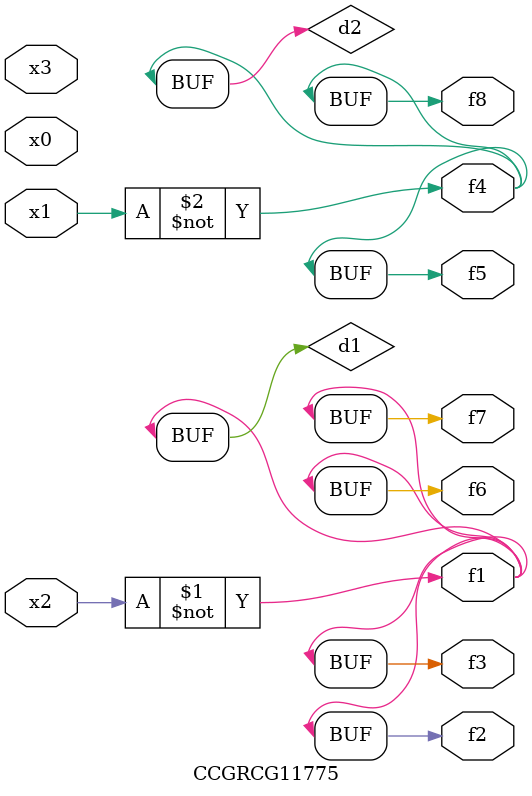
<source format=v>
module CCGRCG11775(
	input x0, x1, x2, x3,
	output f1, f2, f3, f4, f5, f6, f7, f8
);

	wire d1, d2;

	xnor (d1, x2);
	not (d2, x1);
	assign f1 = d1;
	assign f2 = d1;
	assign f3 = d1;
	assign f4 = d2;
	assign f5 = d2;
	assign f6 = d1;
	assign f7 = d1;
	assign f8 = d2;
endmodule

</source>
